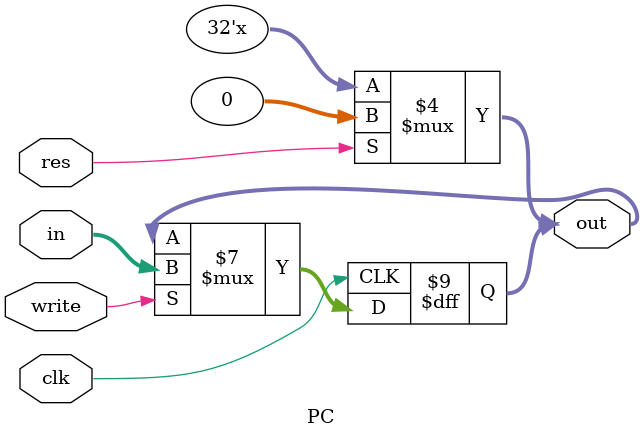
<source format=v>
`timescale 1ns / 1ps


module PC(
    input clk, res, write,
    input [31:0] in,
    output reg [31:0] out
    );

    always @(posedge clk)
    begin
        if(write)
            out = in;
    end
    
    always @(res)
    begin
        if (res)
            out = 0;
    end
endmodule

</source>
